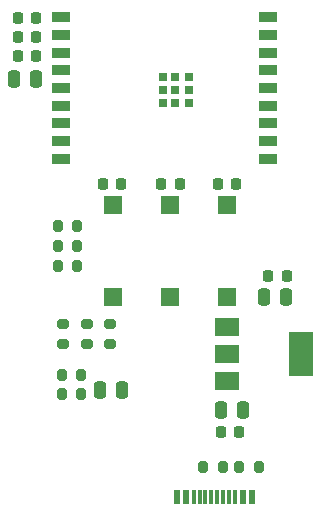
<source format=gtp>
%TF.GenerationSoftware,KiCad,Pcbnew,7.0.2-6a45011f42~172~ubuntu22.04.1*%
%TF.CreationDate,2023-05-17T08:32:53+02:00*%
%TF.ProjectId,PowerMeterLC,506f7765-724d-4657-9465-724c432e6b69,rev?*%
%TF.SameCoordinates,Original*%
%TF.FileFunction,Paste,Top*%
%TF.FilePolarity,Positive*%
%FSLAX46Y46*%
G04 Gerber Fmt 4.6, Leading zero omitted, Abs format (unit mm)*
G04 Created by KiCad (PCBNEW 7.0.2-6a45011f42~172~ubuntu22.04.1) date 2023-05-17 08:32:53*
%MOMM*%
%LPD*%
G01*
G04 APERTURE LIST*
G04 Aperture macros list*
%AMRoundRect*
0 Rectangle with rounded corners*
0 $1 Rounding radius*
0 $2 $3 $4 $5 $6 $7 $8 $9 X,Y pos of 4 corners*
0 Add a 4 corners polygon primitive as box body*
4,1,4,$2,$3,$4,$5,$6,$7,$8,$9,$2,$3,0*
0 Add four circle primitives for the rounded corners*
1,1,$1+$1,$2,$3*
1,1,$1+$1,$4,$5*
1,1,$1+$1,$6,$7*
1,1,$1+$1,$8,$9*
0 Add four rect primitives between the rounded corners*
20,1,$1+$1,$2,$3,$4,$5,0*
20,1,$1+$1,$4,$5,$6,$7,0*
20,1,$1+$1,$6,$7,$8,$9,0*
20,1,$1+$1,$8,$9,$2,$3,0*%
G04 Aperture macros list end*
%ADD10R,1.500000X1.500000*%
%ADD11RoundRect,0.200000X0.200000X0.275000X-0.200000X0.275000X-0.200000X-0.275000X0.200000X-0.275000X0*%
%ADD12RoundRect,0.200000X-0.200000X-0.275000X0.200000X-0.275000X0.200000X0.275000X-0.200000X0.275000X0*%
%ADD13RoundRect,0.200000X-0.275000X0.200000X-0.275000X-0.200000X0.275000X-0.200000X0.275000X0.200000X0*%
%ADD14R,1.500000X0.900000*%
%ADD15R,0.700000X0.700000*%
%ADD16RoundRect,0.225000X-0.225000X-0.250000X0.225000X-0.250000X0.225000X0.250000X-0.225000X0.250000X0*%
%ADD17RoundRect,0.225000X0.225000X0.250000X-0.225000X0.250000X-0.225000X-0.250000X0.225000X-0.250000X0*%
%ADD18R,2.000000X1.500000*%
%ADD19R,2.000000X3.800000*%
%ADD20R,0.600000X1.160000*%
%ADD21R,0.300000X1.160000*%
%ADD22RoundRect,0.250000X0.250000X0.475000X-0.250000X0.475000X-0.250000X-0.475000X0.250000X-0.475000X0*%
%ADD23RoundRect,0.250000X-0.250000X-0.475000X0.250000X-0.475000X0.250000X0.475000X-0.250000X0.475000X0*%
G04 APERTURE END LIST*
D10*
%TO.C,SW2*%
X22610000Y-165300000D03*
X22610000Y-173100000D03*
%TD*%
D11*
%TO.C,R10*%
X19935000Y-181300000D03*
X18285000Y-181300000D03*
%TD*%
D12*
%TO.C,R2*%
X17960000Y-167100000D03*
X19610000Y-167100000D03*
%TD*%
D13*
%TO.C,R7*%
X22410000Y-175400000D03*
X22410000Y-177050000D03*
%TD*%
D14*
%TO.C,U4*%
X18250000Y-149400000D03*
X18250000Y-150900000D03*
X18250000Y-152400000D03*
X18250000Y-153900000D03*
X18250000Y-155400000D03*
X18250000Y-156900000D03*
X18250000Y-158400000D03*
X18250000Y-159900000D03*
X18250000Y-161400000D03*
X35750000Y-161400000D03*
X35750000Y-159900000D03*
X35750000Y-158400000D03*
X35750000Y-156900000D03*
X35750000Y-155400000D03*
X35750000Y-153900000D03*
X35750000Y-152400000D03*
X35750000Y-150900000D03*
X35750000Y-149400000D03*
D15*
X26860000Y-154500000D03*
X26860000Y-155600000D03*
X26860000Y-156700000D03*
X27910000Y-154500000D03*
X27910000Y-155600000D03*
X27910000Y-156700000D03*
X29060000Y-154500000D03*
X29060000Y-155600000D03*
X29060000Y-156700000D03*
%TD*%
D16*
%TO.C,C17*%
X31735000Y-184500000D03*
X33285000Y-184500000D03*
%TD*%
D12*
%TO.C,R3*%
X17960000Y-170500000D03*
X19610000Y-170500000D03*
%TD*%
D17*
%TO.C,C10*%
X16110000Y-149500000D03*
X14560000Y-149500000D03*
%TD*%
D18*
%TO.C,U2*%
X32260000Y-175600000D03*
X32260000Y-177900000D03*
D19*
X38560000Y-177900000D03*
D18*
X32260000Y-180200000D03*
%TD*%
D20*
%TO.C,J2*%
X28010000Y-190015000D03*
X28810000Y-190015000D03*
D21*
X29960000Y-190015000D03*
X30960000Y-190015000D03*
X31460000Y-190015000D03*
X32460000Y-190015000D03*
D20*
X33610000Y-190015000D03*
X34410000Y-190015000D03*
X34410000Y-190015000D03*
X33610000Y-190015000D03*
D21*
X32960000Y-190015000D03*
X31960000Y-190015000D03*
X30460000Y-190015000D03*
X29460000Y-190015000D03*
D20*
X28810000Y-190015000D03*
X28010000Y-190015000D03*
%TD*%
D12*
%TO.C,R4*%
X33310000Y-187500000D03*
X34960000Y-187500000D03*
%TD*%
D22*
%TO.C,C12*%
X37310000Y-173100000D03*
X35410000Y-173100000D03*
%TD*%
D23*
%TO.C,C14*%
X31760000Y-182700000D03*
X33660000Y-182700000D03*
%TD*%
D16*
%TO.C,C18*%
X26725000Y-163500000D03*
X28275000Y-163500000D03*
%TD*%
D17*
%TO.C,C13*%
X16110000Y-152700000D03*
X14560000Y-152700000D03*
%TD*%
D16*
%TO.C,C5*%
X31525000Y-163500000D03*
X33075000Y-163500000D03*
%TD*%
D12*
%TO.C,R11*%
X18285000Y-179700000D03*
X19935000Y-179700000D03*
%TD*%
D13*
%TO.C,R9*%
X20410000Y-175400000D03*
X20410000Y-177050000D03*
%TD*%
D22*
%TO.C,C15*%
X16110000Y-154600000D03*
X14210000Y-154600000D03*
%TD*%
D17*
%TO.C,C16*%
X16110000Y-151100000D03*
X14560000Y-151100000D03*
%TD*%
D10*
%TO.C,SW1*%
X32300000Y-165300000D03*
X32300000Y-173100000D03*
%TD*%
D12*
%TO.C,R6*%
X17960000Y-168800000D03*
X19610000Y-168800000D03*
%TD*%
D17*
%TO.C,C11*%
X37335000Y-171300000D03*
X35785000Y-171300000D03*
%TD*%
D10*
%TO.C,SW3*%
X27470000Y-165300000D03*
X27470000Y-173100000D03*
%TD*%
D12*
%TO.C,R5*%
X30260000Y-187500000D03*
X31910000Y-187500000D03*
%TD*%
D23*
%TO.C,C19*%
X21510000Y-181000000D03*
X23410000Y-181000000D03*
%TD*%
D13*
%TO.C,R8*%
X18410000Y-175400000D03*
X18410000Y-177050000D03*
%TD*%
D16*
%TO.C,C6*%
X21760000Y-163500000D03*
X23310000Y-163500000D03*
%TD*%
M02*

</source>
